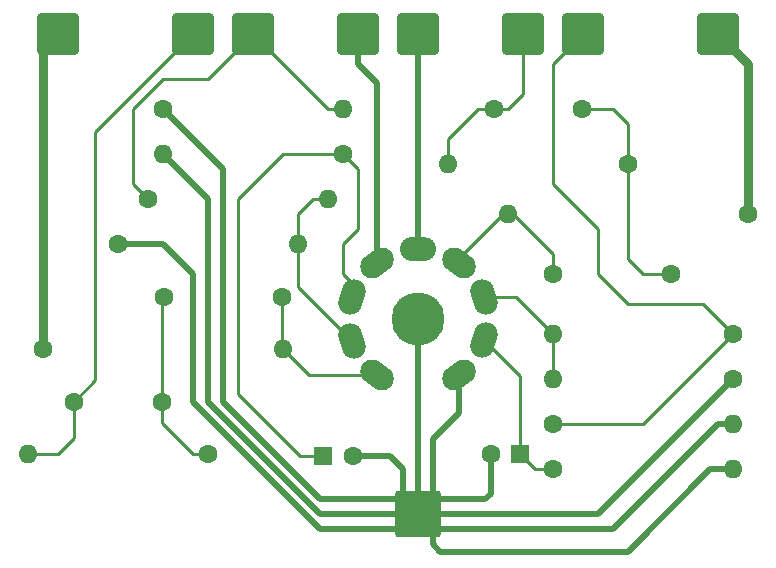
<source format=gbr>
%TF.GenerationSoftware,KiCad,Pcbnew,(6.0.11-0)*%
%TF.CreationDate,2023-05-07T13:48:13+09:00*%
%TF.ProjectId,tubeTest,74756265-5465-4737-942e-6b696361645f,rev?*%
%TF.SameCoordinates,Original*%
%TF.FileFunction,Copper,L1,Top*%
%TF.FilePolarity,Positive*%
%FSLAX46Y46*%
G04 Gerber Fmt 4.6, Leading zero omitted, Abs format (unit mm)*
G04 Created by KiCad (PCBNEW (6.0.11-0)) date 2023-05-07 13:48:13*
%MOMM*%
%LPD*%
G01*
G04 APERTURE LIST*
G04 Aperture macros list*
%AMRoundRect*
0 Rectangle with rounded corners*
0 $1 Rounding radius*
0 $2 $3 $4 $5 $6 $7 $8 $9 X,Y pos of 4 corners*
0 Add a 4 corners polygon primitive as box body*
4,1,4,$2,$3,$4,$5,$6,$7,$8,$9,$2,$3,0*
0 Add four circle primitives for the rounded corners*
1,1,$1+$1,$2,$3*
1,1,$1+$1,$4,$5*
1,1,$1+$1,$6,$7*
1,1,$1+$1,$8,$9*
0 Add four rect primitives between the rounded corners*
20,1,$1+$1,$2,$3,$4,$5,0*
20,1,$1+$1,$4,$5,$6,$7,0*
20,1,$1+$1,$6,$7,$8,$9,0*
20,1,$1+$1,$8,$9,$2,$3,0*%
%AMHorizOval*
0 Thick line with rounded ends*
0 $1 width*
0 $2 $3 position (X,Y) of the first rounded end (center of the circle)*
0 $4 $5 position (X,Y) of the second rounded end (center of the circle)*
0 Add line between two ends*
20,1,$1,$2,$3,$4,$5,0*
0 Add two circle primitives to create the rounded ends*
1,1,$1,$2,$3*
1,1,$1,$4,$5*%
G04 Aperture macros list end*
%TA.AperFunction,ComponentPad*%
%ADD10C,1.600000*%
%TD*%
%TA.AperFunction,ComponentPad*%
%ADD11O,1.600000X1.600000*%
%TD*%
%TA.AperFunction,ComponentPad*%
%ADD12RoundRect,0.250002X-1.499998X-1.499998X1.499998X-1.499998X1.499998X1.499998X-1.499998X1.499998X0*%
%TD*%
%TA.AperFunction,ComponentPad*%
%ADD13RoundRect,0.250002X-1.699998X-1.699998X1.699998X-1.699998X1.699998X1.699998X-1.699998X1.699998X0*%
%TD*%
%TA.AperFunction,ComponentPad*%
%ADD14R,1.600000X1.600000*%
%TD*%
%TA.AperFunction,ComponentPad*%
%ADD15HorizOval,2.030000X-0.412599X0.299770X0.412599X-0.299770X0*%
%TD*%
%TA.AperFunction,ComponentPad*%
%ADD16HorizOval,2.030000X-0.157599X0.485039X0.157599X-0.485039X0*%
%TD*%
%TA.AperFunction,ComponentPad*%
%ADD17HorizOval,2.030000X0.157599X0.485039X-0.157599X-0.485039X0*%
%TD*%
%TA.AperFunction,ComponentPad*%
%ADD18HorizOval,2.030000X0.412599X0.299770X-0.412599X-0.299770X0*%
%TD*%
%TA.AperFunction,ComponentPad*%
%ADD19O,3.050000X2.030000*%
%TD*%
%TA.AperFunction,ComponentPad*%
%ADD20C,4.500000*%
%TD*%
%TA.AperFunction,Conductor*%
%ADD21C,0.500000*%
%TD*%
%TA.AperFunction,Conductor*%
%ADD22C,0.250000*%
%TD*%
%TA.AperFunction,Conductor*%
%ADD23C,0.750000*%
%TD*%
G04 APERTURE END LIST*
D10*
%TO.P,R8,1*%
%TO.N,GND*%
X123190000Y-91440000D03*
D11*
%TO.P,R8,2*%
%TO.N,Net-(J7-Pad1)*%
X138430000Y-91440000D03*
%TD*%
D10*
%TO.P,C2,1*%
%TO.N,Net-(C2-Pad1)*%
X156210000Y-105410000D03*
%TO.P,C2,2*%
%TO.N,Net-(C2-Pad2)*%
X166210000Y-105410000D03*
%TD*%
D12*
%TO.P,J9,1,Pin_1*%
%TO.N,Net-(J9-Pad1)*%
X170180000Y-85090000D03*
%TD*%
%TO.P,J7,1,Pin_1*%
%TO.N,Net-(J7-Pad1)*%
X130810000Y-85090000D03*
%TD*%
D10*
%TO.P,R10,1*%
%TO.N,Net-(J10-Pad1)*%
X113030000Y-111760000D03*
D11*
%TO.P,R10,2*%
%TO.N,Net-(C4-Pad1)*%
X133350000Y-111760000D03*
%TD*%
D12*
%TO.P,J10,1,Pin_1*%
%TO.N,Net-(J10-Pad1)*%
X114300000Y-85090000D03*
%TD*%
D13*
%TO.P,J2,1,Pin_1*%
%TO.N,GND*%
X144780000Y-125730000D03*
%TD*%
D12*
%TO.P,J5,1,Pin_1*%
%TO.N,Net-(C6-Pad2)*%
X125730000Y-85090000D03*
%TD*%
D10*
%TO.P,R5,1*%
%TO.N,Net-(C1-Pad1)*%
X156210000Y-121920000D03*
D11*
%TO.P,R5,2*%
%TO.N,GND*%
X171450000Y-121920000D03*
%TD*%
D10*
%TO.P,C6,1*%
%TO.N,Net-(C4-Pad2)*%
X123130000Y-116205000D03*
%TO.P,C6,2*%
%TO.N,Net-(C6-Pad2)*%
X115630000Y-116205000D03*
%TD*%
%TO.P,R2,1*%
%TO.N,Net-(J7-Pad1)*%
X121920000Y-99060000D03*
D11*
%TO.P,R2,2*%
%TO.N,Net-(R11-Pad2)*%
X137160000Y-99060000D03*
%TD*%
D10*
%TO.P,C5,1*%
%TO.N,Net-(C2-Pad2)*%
X158690000Y-91440000D03*
%TO.P,C5,2*%
%TO.N,Net-(C5-Pad2)*%
X151190000Y-91440000D03*
%TD*%
%TO.P,R3,1*%
%TO.N,Net-(J1-Pad1)*%
X156210000Y-118110000D03*
D11*
%TO.P,R3,2*%
%TO.N,GND*%
X171450000Y-118110000D03*
%TD*%
D12*
%TO.P,J8,1,Pin_1*%
%TO.N,Net-(C5-Pad2)*%
X153670000Y-85090000D03*
%TD*%
%TO.P,J6,1,Pin_1*%
%TO.N,+3V0*%
X144780000Y-85090000D03*
%TD*%
D14*
%TO.P,C3,1*%
%TO.N,Net-(C3-Pad1)*%
X136776395Y-120832500D03*
D10*
%TO.P,C3,2*%
%TO.N,GND*%
X139276395Y-120832500D03*
%TD*%
%TO.P,R11,1*%
%TO.N,GND*%
X119380000Y-102870000D03*
D11*
%TO.P,R11,2*%
%TO.N,Net-(R11-Pad2)*%
X134620000Y-102870000D03*
%TD*%
D12*
%TO.P,J1,1,Pin_1*%
%TO.N,Net-(J1-Pad1)*%
X158750000Y-85090000D03*
%TD*%
D10*
%TO.P,C4,1*%
%TO.N,Net-(C4-Pad1)*%
X133270000Y-107315000D03*
%TO.P,C4,2*%
%TO.N,Net-(C4-Pad2)*%
X123270000Y-107315000D03*
%TD*%
%TO.P,R12,1*%
%TO.N,Net-(C4-Pad2)*%
X127000000Y-120650000D03*
D11*
%TO.P,R12,2*%
%TO.N,Net-(C6-Pad2)*%
X111760000Y-120650000D03*
%TD*%
D10*
%TO.P,R1,1*%
%TO.N,GND*%
X171450000Y-114300000D03*
D11*
%TO.P,R1,2*%
%TO.N,Net-(R1-Pad2)*%
X156210000Y-114300000D03*
%TD*%
D14*
%TO.P,C1,1*%
%TO.N,Net-(C1-Pad1)*%
X153430000Y-120650000D03*
D10*
%TO.P,C1,2*%
%TO.N,GND*%
X150930000Y-120650000D03*
%TD*%
%TO.P,R9,1*%
%TO.N,Net-(C3-Pad1)*%
X138430000Y-95250000D03*
D11*
%TO.P,R9,2*%
%TO.N,GND*%
X123190000Y-95250000D03*
%TD*%
D10*
%TO.P,R4,1*%
%TO.N,Net-(J1-Pad1)*%
X171450000Y-110490000D03*
D11*
%TO.P,R4,2*%
%TO.N,Net-(R1-Pad2)*%
X156210000Y-110490000D03*
%TD*%
D10*
%TO.P,R7,1*%
%TO.N,Net-(C2-Pad2)*%
X162560000Y-96070000D03*
D11*
%TO.P,R7,2*%
%TO.N,Net-(C5-Pad2)*%
X147320000Y-96070000D03*
%TD*%
D12*
%TO.P,J3,1,Pin_1*%
%TO.N,-3V3*%
X139700000Y-85090000D03*
%TD*%
D10*
%TO.P,R6,1*%
%TO.N,Net-(J9-Pad1)*%
X172720000Y-100330000D03*
D11*
%TO.P,R6,2*%
%TO.N,Net-(C2-Pad1)*%
X152400000Y-100330000D03*
%TD*%
D15*
%TO.P,U3,1,A*%
%TO.N,Net-(C4-Pad1)*%
X141330000Y-113970000D03*
D16*
%TO.P,U3,2,G*%
%TO.N,Net-(R11-Pad2)*%
X139180000Y-111040000D03*
D17*
%TO.P,U3,3,K*%
%TO.N,Net-(C3-Pad1)*%
X139180000Y-107390000D03*
D18*
%TO.P,U3,4,F1*%
%TO.N,-3V3*%
X141330000Y-104460000D03*
D19*
%TO.P,U3,5,F1*%
%TO.N,+3V0*%
X144780000Y-103320000D03*
D15*
%TO.P,U3,6,A*%
%TO.N,Net-(C2-Pad1)*%
X148240000Y-104460000D03*
D16*
%TO.P,U3,7,G*%
%TO.N,Net-(R1-Pad2)*%
X150390000Y-107390000D03*
D17*
%TO.P,U3,8,K*%
%TO.N,Net-(C1-Pad1)*%
X150390000Y-111000000D03*
D20*
%TO.P,U3,9,F2*%
%TO.N,GND*%
X144780000Y-109220000D03*
D18*
X148240000Y-113970000D03*
%TD*%
D21*
%TO.N,GND*%
X144780000Y-125730000D02*
X143510000Y-127000000D01*
X128270000Y-96520000D02*
X128270000Y-116205000D01*
X148240000Y-113970000D02*
X148240000Y-117190000D01*
X161290000Y-127000000D02*
X146050000Y-127000000D01*
X170180000Y-118110000D02*
X161290000Y-127000000D01*
X125730000Y-105410000D02*
X123190000Y-102870000D01*
X127000000Y-116205000D02*
X136525000Y-125730000D01*
D22*
X146050000Y-124460000D02*
X144780000Y-125730000D01*
D21*
X146050000Y-119380000D02*
X146050000Y-124460000D01*
X169545000Y-121920000D02*
X162560000Y-128905000D01*
X143510000Y-127000000D02*
X136525000Y-127000000D01*
X171450000Y-121920000D02*
X169545000Y-121920000D01*
X160020000Y-125730000D02*
X144780000Y-125730000D01*
X162560000Y-128905000D02*
X146685000Y-128905000D01*
D22*
X143510000Y-124460000D02*
X144780000Y-125730000D01*
D21*
X142422500Y-120832500D02*
X143510000Y-121920000D01*
X171450000Y-118110000D02*
X170180000Y-118110000D01*
X144780000Y-109220000D02*
X144780000Y-125730000D01*
X139276395Y-120832500D02*
X142422500Y-120832500D01*
X148240000Y-117190000D02*
X146050000Y-119380000D01*
X171450000Y-114300000D02*
X160020000Y-125730000D01*
X144780000Y-125730000D02*
X144780000Y-124460000D01*
X150495000Y-124460000D02*
X146685000Y-124460000D01*
X136525000Y-127000000D02*
X125730000Y-116205000D01*
X146685000Y-124460000D02*
X146050000Y-124460000D01*
X125730000Y-116205000D02*
X125730000Y-105410000D01*
X136525000Y-125730000D02*
X144780000Y-125730000D01*
X123190000Y-91440000D02*
X128270000Y-96520000D01*
X146685000Y-128905000D02*
X146050000Y-128270000D01*
X150930000Y-124025000D02*
X150495000Y-124460000D01*
X123190000Y-102870000D02*
X119380000Y-102870000D01*
X146050000Y-128270000D02*
X146050000Y-127000000D01*
D22*
X146050000Y-127000000D02*
X144780000Y-125730000D01*
D21*
X143510000Y-121920000D02*
X143510000Y-123190000D01*
X150930000Y-120650000D02*
X150930000Y-124025000D01*
X143510000Y-123190000D02*
X143510000Y-124460000D01*
X123190000Y-95250000D02*
X127000000Y-99060000D01*
X128270000Y-116205000D02*
X136525000Y-124460000D01*
X127000000Y-99060000D02*
X127000000Y-116205000D01*
X143510000Y-125730000D02*
X144780000Y-124460000D01*
X136525000Y-124460000D02*
X143510000Y-124460000D01*
D22*
%TO.N,Net-(C1-Pad1)*%
X153430000Y-114040000D02*
X150390000Y-111000000D01*
X153430000Y-120650000D02*
X153430000Y-114040000D01*
X154700000Y-121920000D02*
X153430000Y-120650000D01*
X156210000Y-121920000D02*
X154700000Y-121920000D01*
%TO.N,Net-(C3-Pad1)*%
X129540000Y-115570000D02*
X129540000Y-99060000D01*
X138430000Y-102870000D02*
X139700000Y-101600000D01*
X139700000Y-96520000D02*
X138430000Y-95250000D01*
X138430000Y-105410000D02*
X138430000Y-102870000D01*
X139700000Y-101600000D02*
X139700000Y-96520000D01*
X134802500Y-120832500D02*
X129540000Y-115570000D01*
X133350000Y-95250000D02*
X138430000Y-95250000D01*
X139180000Y-106160000D02*
X138430000Y-105410000D01*
X129540000Y-99060000D02*
X133350000Y-95250000D01*
X136776395Y-120832500D02*
X134802500Y-120832500D01*
X139180000Y-107390000D02*
X139180000Y-106160000D01*
%TO.N,Net-(C4-Pad1)*%
X133270000Y-111680000D02*
X133350000Y-111760000D01*
X133350000Y-111760000D02*
X135560000Y-113970000D01*
X133270000Y-107315000D02*
X133270000Y-111680000D01*
X135560000Y-113970000D02*
X141330000Y-113970000D01*
%TO.N,Net-(C2-Pad1)*%
X156210000Y-103690000D02*
X156210000Y-105410000D01*
X148240000Y-104040000D02*
X148240000Y-104460000D01*
X152400000Y-99880000D02*
X156210000Y-103690000D01*
X152400000Y-99880000D02*
X148240000Y-104040000D01*
%TO.N,Net-(C2-Pad2)*%
X162560000Y-104140000D02*
X162560000Y-96070000D01*
X158690000Y-91440000D02*
X161290000Y-91440000D01*
X162560000Y-92710000D02*
X162560000Y-96070000D01*
X163830000Y-105410000D02*
X162560000Y-104140000D01*
X161290000Y-91440000D02*
X162560000Y-92710000D01*
X166210000Y-105410000D02*
X163830000Y-105410000D01*
%TO.N,Net-(C5-Pad2)*%
X151190000Y-91440000D02*
X152400000Y-91440000D01*
X149860000Y-91440000D02*
X147320000Y-93980000D01*
X153670000Y-90170000D02*
X153670000Y-85090000D01*
X152400000Y-91440000D02*
X153670000Y-90170000D01*
X147320000Y-93980000D02*
X147320000Y-96070000D01*
X151190000Y-91440000D02*
X149860000Y-91440000D01*
%TO.N,Net-(J7-Pad1)*%
X120650000Y-97790000D02*
X120650000Y-91440000D01*
X120650000Y-91440000D02*
X123190000Y-88900000D01*
X138430000Y-91440000D02*
X137160000Y-91440000D01*
X123190000Y-88900000D02*
X127000000Y-88900000D01*
X137160000Y-91440000D02*
X130810000Y-85090000D01*
X127000000Y-88900000D02*
X130810000Y-85090000D01*
X121920000Y-99060000D02*
X120650000Y-97790000D01*
D21*
%TO.N,-3V3*%
X139700000Y-87630000D02*
X141330000Y-89260000D01*
X141330000Y-89260000D02*
X141330000Y-104460000D01*
X139700000Y-85090000D02*
X139700000Y-87630000D01*
%TO.N,+3V0*%
X144780000Y-85090000D02*
X144780000Y-103320000D01*
D22*
%TO.N,Net-(C4-Pad2)*%
X125730000Y-120650000D02*
X123130000Y-118050000D01*
X123130000Y-116205000D02*
X123130000Y-107455000D01*
X127000000Y-120650000D02*
X125730000Y-120650000D01*
X123130000Y-107455000D02*
X123270000Y-107315000D01*
X123130000Y-118050000D02*
X123130000Y-116205000D01*
%TO.N,Net-(J1-Pad1)*%
X156210000Y-87630000D02*
X158750000Y-85090000D01*
X162560000Y-107950000D02*
X168910000Y-107950000D01*
X160020000Y-105410000D02*
X162560000Y-107950000D01*
X168910000Y-107950000D02*
X171450000Y-110490000D01*
X156210000Y-97790000D02*
X156210000Y-87630000D01*
X160020000Y-101600000D02*
X156210000Y-97790000D01*
X160020000Y-105410000D02*
X160020000Y-101600000D01*
X163830000Y-118110000D02*
X171450000Y-110490000D01*
X156210000Y-118110000D02*
X163830000Y-118110000D01*
%TO.N,Net-(C6-Pad2)*%
X114300000Y-120650000D02*
X115630000Y-119320000D01*
X117475000Y-114360000D02*
X117475000Y-93345000D01*
X117475000Y-93345000D02*
X125730000Y-85090000D01*
X115630000Y-119320000D02*
X115630000Y-116205000D01*
X111760000Y-120650000D02*
X114300000Y-120650000D01*
X115630000Y-116205000D02*
X117475000Y-114360000D01*
D23*
%TO.N,Net-(J9-Pad1)*%
X172720000Y-100330000D02*
X172720000Y-87630000D01*
X172720000Y-87630000D02*
X170180000Y-85090000D01*
%TO.N,Net-(J10-Pad1)*%
X113030000Y-111760000D02*
X113030000Y-86360000D01*
X113030000Y-86360000D02*
X114300000Y-85090000D01*
D22*
%TO.N,Net-(R1-Pad2)*%
X156210000Y-114300000D02*
X156210000Y-110490000D01*
X153110000Y-107390000D02*
X150390000Y-107390000D01*
X156210000Y-110490000D02*
X153110000Y-107390000D01*
%TO.N,Net-(R11-Pad2)*%
X134620000Y-100330000D02*
X134620000Y-102870000D01*
X137160000Y-99060000D02*
X135890000Y-99060000D01*
X134620000Y-102870000D02*
X134620000Y-106480000D01*
X134620000Y-106480000D02*
X139180000Y-111040000D01*
X135890000Y-99060000D02*
X134620000Y-100330000D01*
%TD*%
M02*

</source>
